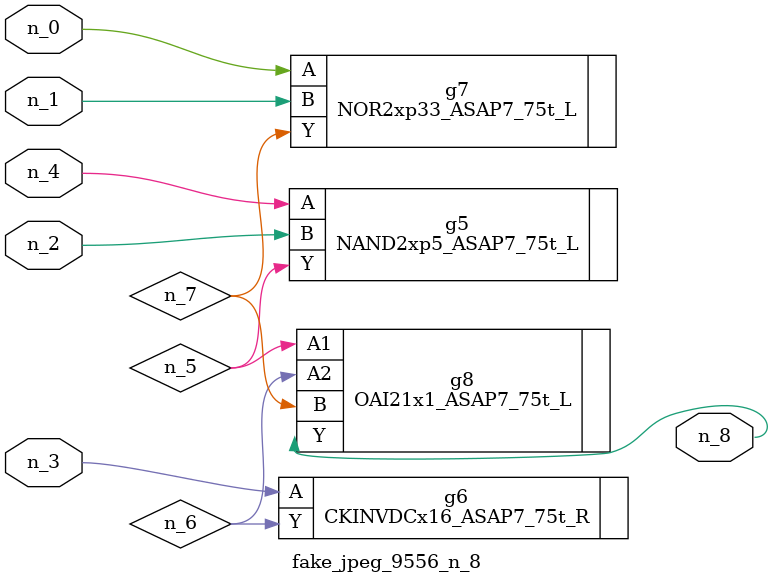
<source format=v>
module fake_jpeg_9556_n_8 (n_3, n_2, n_1, n_0, n_4, n_8);

input n_3;
input n_2;
input n_1;
input n_0;
input n_4;

output n_8;

wire n_6;
wire n_5;
wire n_7;

NAND2xp5_ASAP7_75t_L g5 ( 
.A(n_4),
.B(n_2),
.Y(n_5)
);

CKINVDCx16_ASAP7_75t_R g6 ( 
.A(n_3),
.Y(n_6)
);

NOR2xp33_ASAP7_75t_L g7 ( 
.A(n_0),
.B(n_1),
.Y(n_7)
);

OAI21x1_ASAP7_75t_L g8 ( 
.A1(n_5),
.A2(n_6),
.B(n_7),
.Y(n_8)
);


endmodule
</source>
